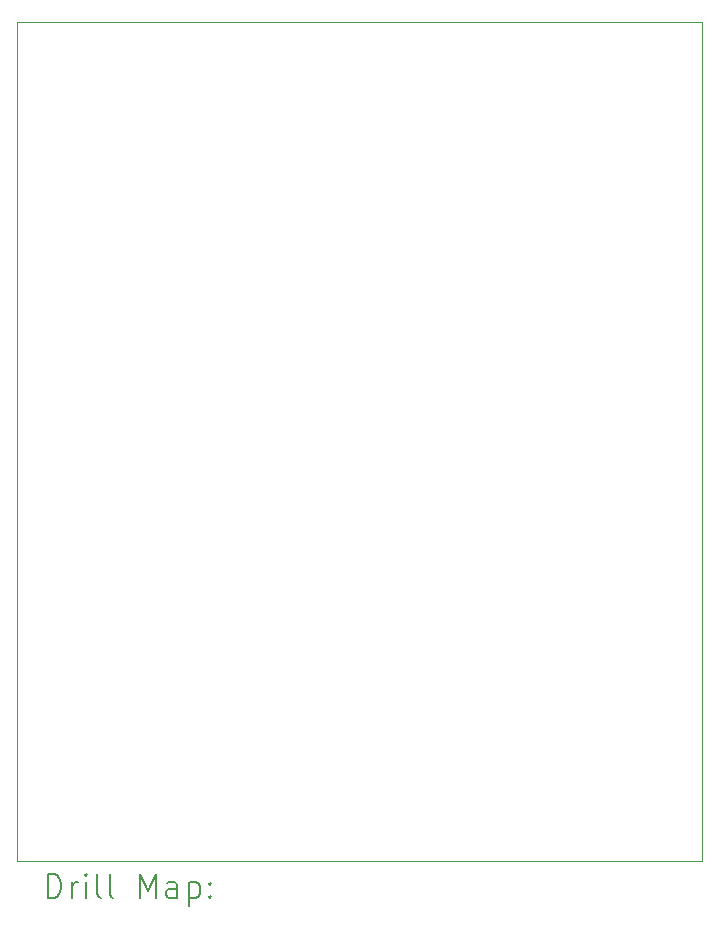
<source format=gbr>
%TF.GenerationSoftware,KiCad,Pcbnew,9.0.0*%
%TF.CreationDate,2025-07-09T15:47:30-04:00*%
%TF.ProjectId,SMACAR MAIN BOARD,534d4143-4152-4204-9d41-494e20424f41,rev?*%
%TF.SameCoordinates,Original*%
%TF.FileFunction,Drillmap*%
%TF.FilePolarity,Positive*%
%FSLAX45Y45*%
G04 Gerber Fmt 4.5, Leading zero omitted, Abs format (unit mm)*
G04 Created by KiCad (PCBNEW 9.0.0) date 2025-07-09 15:47:30*
%MOMM*%
%LPD*%
G01*
G04 APERTURE LIST*
%ADD10C,0.050000*%
%ADD11C,0.200000*%
G04 APERTURE END LIST*
D10*
X10250000Y-3050000D02*
X16050000Y-3050000D01*
X16050000Y-10150000D01*
X10250000Y-10150000D01*
X10250000Y-3050000D01*
D11*
X10508277Y-10463984D02*
X10508277Y-10263984D01*
X10508277Y-10263984D02*
X10555896Y-10263984D01*
X10555896Y-10263984D02*
X10584467Y-10273508D01*
X10584467Y-10273508D02*
X10603515Y-10292555D01*
X10603515Y-10292555D02*
X10613039Y-10311603D01*
X10613039Y-10311603D02*
X10622563Y-10349698D01*
X10622563Y-10349698D02*
X10622563Y-10378270D01*
X10622563Y-10378270D02*
X10613039Y-10416365D01*
X10613039Y-10416365D02*
X10603515Y-10435412D01*
X10603515Y-10435412D02*
X10584467Y-10454460D01*
X10584467Y-10454460D02*
X10555896Y-10463984D01*
X10555896Y-10463984D02*
X10508277Y-10463984D01*
X10708277Y-10463984D02*
X10708277Y-10330650D01*
X10708277Y-10368746D02*
X10717801Y-10349698D01*
X10717801Y-10349698D02*
X10727324Y-10340174D01*
X10727324Y-10340174D02*
X10746372Y-10330650D01*
X10746372Y-10330650D02*
X10765420Y-10330650D01*
X10832086Y-10463984D02*
X10832086Y-10330650D01*
X10832086Y-10263984D02*
X10822563Y-10273508D01*
X10822563Y-10273508D02*
X10832086Y-10283031D01*
X10832086Y-10283031D02*
X10841610Y-10273508D01*
X10841610Y-10273508D02*
X10832086Y-10263984D01*
X10832086Y-10263984D02*
X10832086Y-10283031D01*
X10955896Y-10463984D02*
X10936848Y-10454460D01*
X10936848Y-10454460D02*
X10927324Y-10435412D01*
X10927324Y-10435412D02*
X10927324Y-10263984D01*
X11060658Y-10463984D02*
X11041610Y-10454460D01*
X11041610Y-10454460D02*
X11032086Y-10435412D01*
X11032086Y-10435412D02*
X11032086Y-10263984D01*
X11289229Y-10463984D02*
X11289229Y-10263984D01*
X11289229Y-10263984D02*
X11355896Y-10406841D01*
X11355896Y-10406841D02*
X11422562Y-10263984D01*
X11422562Y-10263984D02*
X11422562Y-10463984D01*
X11603515Y-10463984D02*
X11603515Y-10359222D01*
X11603515Y-10359222D02*
X11593991Y-10340174D01*
X11593991Y-10340174D02*
X11574943Y-10330650D01*
X11574943Y-10330650D02*
X11536848Y-10330650D01*
X11536848Y-10330650D02*
X11517801Y-10340174D01*
X11603515Y-10454460D02*
X11584467Y-10463984D01*
X11584467Y-10463984D02*
X11536848Y-10463984D01*
X11536848Y-10463984D02*
X11517801Y-10454460D01*
X11517801Y-10454460D02*
X11508277Y-10435412D01*
X11508277Y-10435412D02*
X11508277Y-10416365D01*
X11508277Y-10416365D02*
X11517801Y-10397317D01*
X11517801Y-10397317D02*
X11536848Y-10387793D01*
X11536848Y-10387793D02*
X11584467Y-10387793D01*
X11584467Y-10387793D02*
X11603515Y-10378270D01*
X11698753Y-10330650D02*
X11698753Y-10530650D01*
X11698753Y-10340174D02*
X11717801Y-10330650D01*
X11717801Y-10330650D02*
X11755896Y-10330650D01*
X11755896Y-10330650D02*
X11774943Y-10340174D01*
X11774943Y-10340174D02*
X11784467Y-10349698D01*
X11784467Y-10349698D02*
X11793991Y-10368746D01*
X11793991Y-10368746D02*
X11793991Y-10425889D01*
X11793991Y-10425889D02*
X11784467Y-10444936D01*
X11784467Y-10444936D02*
X11774943Y-10454460D01*
X11774943Y-10454460D02*
X11755896Y-10463984D01*
X11755896Y-10463984D02*
X11717801Y-10463984D01*
X11717801Y-10463984D02*
X11698753Y-10454460D01*
X11879705Y-10444936D02*
X11889229Y-10454460D01*
X11889229Y-10454460D02*
X11879705Y-10463984D01*
X11879705Y-10463984D02*
X11870182Y-10454460D01*
X11870182Y-10454460D02*
X11879705Y-10444936D01*
X11879705Y-10444936D02*
X11879705Y-10463984D01*
X11879705Y-10340174D02*
X11889229Y-10349698D01*
X11889229Y-10349698D02*
X11879705Y-10359222D01*
X11879705Y-10359222D02*
X11870182Y-10349698D01*
X11870182Y-10349698D02*
X11879705Y-10340174D01*
X11879705Y-10340174D02*
X11879705Y-10359222D01*
M02*

</source>
